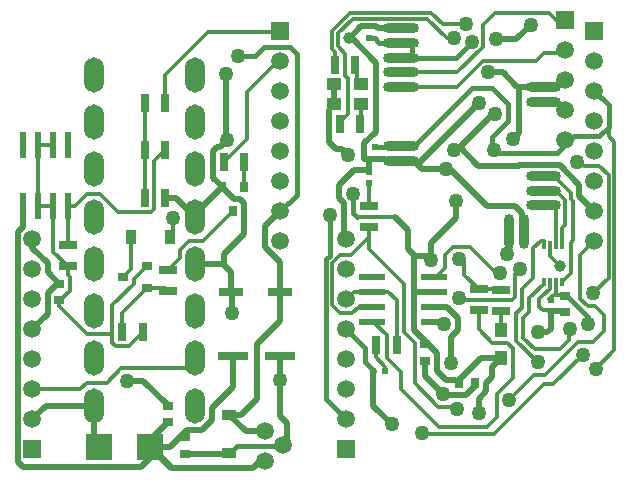
<source format=gtl>
%FSLAX24Y24*%
%MOIN*%
G70*
G01*
G75*
G04 Layer_Physical_Order=1*
G04 Layer_Color=255*
%ADD10R,0.0118X0.0295*%
%ADD11R,0.0236X0.0886*%
%ADD12R,0.0591X0.0295*%
%ADD13R,0.0295X0.0591*%
%ADD14R,0.0354X0.0315*%
%ADD15R,0.0315X0.0354*%
%ADD16R,0.0433X0.0492*%
%ADD17R,0.0492X0.0433*%
%ADD18R,0.0480X0.0358*%
%ADD19R,0.0358X0.0480*%
%ADD20R,0.0906X0.0906*%
%ADD21R,0.0354X0.0315*%
%ADD22R,0.0197X0.0236*%
%ADD23R,0.0236X0.0197*%
%ADD24R,0.0827X0.0315*%
%ADD25R,0.0984X0.0315*%
%ADD26R,0.0315X0.0354*%
%ADD27R,0.0886X0.0236*%
%ADD28C,0.0335*%
%ADD29R,0.0846X0.0335*%
%ADD30R,0.0335X0.0846*%
%ADD31C,0.0197*%
%ADD32C,0.0118*%
%ADD33C,0.0157*%
%ADD34C,0.0177*%
%ADD35C,0.0138*%
%ADD36C,0.0591*%
%ADD37R,0.0591X0.0591*%
%ADD38O,0.0669X0.1181*%
%ADD39C,0.0500*%
%ADD40C,0.0394*%
D10*
X17854Y7815D02*
D03*
X18051D02*
D03*
X18248D02*
D03*
X18445D02*
D03*
X17854Y6594D02*
D03*
X18051D02*
D03*
X18248D02*
D03*
X18445D02*
D03*
D11*
X470Y9134D02*
D03*
X970D02*
D03*
X1470D02*
D03*
X1970D02*
D03*
X470Y11181D02*
D03*
X970D02*
D03*
X1470D02*
D03*
X1970D02*
D03*
D12*
X16417Y6329D02*
D03*
Y5640D02*
D03*
X15669Y5669D02*
D03*
Y6358D02*
D03*
X12008Y9124D02*
D03*
Y8435D02*
D03*
X5315Y6309D02*
D03*
Y6998D02*
D03*
X1969Y7825D02*
D03*
Y7136D02*
D03*
D13*
X10876Y13819D02*
D03*
X11565D02*
D03*
X11033Y11850D02*
D03*
X11722D02*
D03*
X12254Y4488D02*
D03*
X12943D02*
D03*
X3789Y4921D02*
D03*
X4478D02*
D03*
X7864Y10591D02*
D03*
X7175D02*
D03*
X5226Y9409D02*
D03*
X4537D02*
D03*
X5226Y10984D02*
D03*
X4537D02*
D03*
Y12559D02*
D03*
X5226D02*
D03*
D14*
X4606Y6398D02*
D03*
Y7146D02*
D03*
X3819Y6772D02*
D03*
D15*
X7854Y9764D02*
D03*
X7106D02*
D03*
X7480Y8976D02*
D03*
D16*
X16417Y4990D02*
D03*
Y4065D02*
D03*
D17*
X11762Y13189D02*
D03*
X10837D02*
D03*
X11762Y12520D02*
D03*
X10837D02*
D03*
D18*
X7362Y892D02*
D03*
Y2179D02*
D03*
D19*
X5368Y8110D02*
D03*
X4081D02*
D03*
D20*
X3012Y1102D02*
D03*
X4715D02*
D03*
D21*
X1693Y6535D02*
D03*
Y5984D02*
D03*
X5315Y2480D02*
D03*
Y1929D02*
D03*
X13898Y4528D02*
D03*
Y3976D02*
D03*
X18543Y6142D02*
D03*
Y5591D02*
D03*
X5866Y866D02*
D03*
Y1417D02*
D03*
D22*
X12205Y10709D02*
D03*
Y11102D02*
D03*
X18071Y5591D02*
D03*
Y5984D02*
D03*
X12008Y14724D02*
D03*
Y15118D02*
D03*
X12008Y10276D02*
D03*
Y9882D02*
D03*
D23*
X12165Y3622D02*
D03*
X12559D02*
D03*
D24*
X7421Y6260D02*
D03*
X9035D02*
D03*
D25*
X9055Y4134D02*
D03*
X7480D02*
D03*
D26*
X15000Y3228D02*
D03*
X15551D02*
D03*
D27*
X14173Y5274D02*
D03*
Y5774D02*
D03*
Y6274D02*
D03*
Y6774D02*
D03*
X12126Y5274D02*
D03*
Y5774D02*
D03*
Y6274D02*
D03*
Y6774D02*
D03*
D28*
X18248Y9154D02*
D03*
X17402D02*
D03*
X18248Y9646D02*
D03*
X17402D02*
D03*
X13504Y10630D02*
D03*
X12657D02*
D03*
X13504Y11122D02*
D03*
X12657D02*
D03*
X13504Y13091D02*
D03*
X12657D02*
D03*
X13504Y13583D02*
D03*
X12657D02*
D03*
X13504Y14075D02*
D03*
X12657D02*
D03*
X13504Y14567D02*
D03*
X12657D02*
D03*
X13504Y15059D02*
D03*
X12657D02*
D03*
X16683Y8711D02*
D03*
Y7864D02*
D03*
X17402Y13091D02*
D03*
X18248D02*
D03*
X17402Y12598D02*
D03*
X18248D02*
D03*
X17402Y10138D02*
D03*
X18248D02*
D03*
X17175Y7864D02*
D03*
Y8711D02*
D03*
D29*
X17825Y9154D02*
D03*
Y9646D02*
D03*
X13081Y10630D02*
D03*
Y11122D02*
D03*
Y13091D02*
D03*
Y13583D02*
D03*
Y14075D02*
D03*
Y14567D02*
D03*
Y15059D02*
D03*
X17825Y13091D02*
D03*
Y12598D02*
D03*
Y10138D02*
D03*
D30*
X16683Y8287D02*
D03*
X17175D02*
D03*
D31*
X14291Y3622D02*
Y4224D01*
X13514Y5001D02*
X14291Y4224D01*
X13514Y5001D02*
Y6191D01*
X10679Y11250D02*
X10906Y11024D01*
X11102D02*
X11299Y10827D01*
X10906Y11024D02*
X11102D01*
X481Y433D02*
X4409D01*
X4715Y738D01*
Y1102D01*
X8281Y2705D02*
Y4541D01*
X7756Y2179D02*
X8281Y2705D01*
X7362Y2179D02*
X7756D01*
X7362D02*
X7900Y1642D01*
X8553D01*
X9035Y5295D02*
Y6260D01*
X8281Y4541D02*
X9035Y5295D01*
X9055Y2126D02*
Y4134D01*
X9092Y1102D02*
X9291Y1301D01*
Y1890D01*
X9055Y2126D02*
X9291Y1890D01*
X5442Y413D02*
X8150D01*
X8378Y642D02*
X8553D01*
X8150Y413D02*
X8378Y642D01*
X315Y8275D02*
X470Y8431D01*
X315Y599D02*
Y8275D01*
Y599D02*
X481Y433D01*
X9053Y1142D02*
X9092Y1102D01*
X17008Y13091D02*
X17402D01*
X17008Y11575D02*
Y13091D01*
X16811Y11378D02*
X17008Y11575D01*
X16467Y13583D02*
X16959Y13091D01*
X17402D02*
X17825D01*
X15984Y13583D02*
X16467D01*
X15945Y9134D02*
X16890D01*
X14724Y10354D02*
X15945Y9134D01*
X14567Y10354D02*
X14724D01*
X13504Y10630D02*
X13780Y10354D01*
X14567D01*
X14921Y8740D02*
Y9291D01*
X14094Y7323D02*
Y7913D01*
X14921Y8740D01*
X16260Y14685D02*
X16929D01*
X17402Y15157D01*
X11432Y14724D02*
X12244Y13912D01*
Y11609D02*
Y13912D01*
X11850Y11215D02*
X12244Y11609D01*
X10679Y11250D02*
Y12323D01*
X11299Y14724D02*
X11324Y14700D01*
X11348Y14724D02*
X11432D01*
X12008Y10315D02*
Y10669D01*
X11502Y10315D02*
X12008D01*
X11030Y9843D02*
X11502Y10315D01*
X11968Y10709D02*
X12205D01*
X11850D02*
X11968D01*
X11850Y10709D02*
Y11215D01*
X11968Y10709D02*
X12008Y10669D01*
X17126Y8780D02*
Y8898D01*
X16890Y9134D02*
X17126Y8898D01*
X15663Y10478D02*
X17004D01*
X17008Y10482D02*
X18391D01*
X15039Y11102D02*
X15663Y10478D01*
X17004D02*
X17008Y10482D01*
X13701Y10591D02*
X15669Y12559D01*
X16168Y12257D02*
X16254Y12343D01*
X15039Y11102D02*
X16142Y12205D01*
X16220D01*
X11850Y10709D02*
X11850Y10709D01*
X11030Y9390D02*
Y9843D01*
X12205Y10709D02*
X12539D01*
X10837Y12480D02*
Y13189D01*
X12165Y2480D02*
Y3622D01*
Y2480D02*
X12795Y1850D01*
X11496Y9361D02*
Y9528D01*
X11030Y9390D02*
X11181Y9238D01*
Y8102D02*
Y9238D01*
Y8102D02*
X11260Y8024D01*
X18209Y13091D02*
X18433Y13315D01*
X18622D01*
X13307Y7705D02*
X13532Y7480D01*
X13514Y7462D02*
X14037D01*
X19026Y9463D02*
Y9847D01*
X18391Y10482D02*
X19026Y9847D01*
Y9463D02*
X19528Y8961D01*
X7047Y11102D02*
X7283Y11339D01*
X7244Y11378D02*
Y13543D01*
X3937Y3307D02*
X4488D01*
X5276Y2520D01*
X6220Y7205D02*
X7146D01*
X7185Y7244D01*
X5591Y9409D02*
X6220Y8780D01*
X5226Y9409D02*
X5591D01*
X6220Y8878D02*
X7106Y9764D01*
X6811Y10976D02*
X6938Y11102D01*
X6811Y10079D02*
Y10976D01*
Y10079D02*
X7106Y9783D01*
Y9764D02*
Y9783D01*
X6938Y11102D02*
X7047D01*
X7106Y9764D02*
X7500Y9370D01*
X7727D01*
X7854Y9243D01*
Y8213D02*
Y9243D01*
X7185Y7543D02*
X7854Y8213D01*
X7185Y7244D02*
Y7543D01*
X7421Y6260D02*
Y6929D01*
X7146Y7205D02*
X7421Y6929D01*
X2835Y1280D02*
X3012Y1102D01*
X2835Y1280D02*
Y2480D01*
X4715Y1102D02*
Y1329D01*
X5315Y1929D01*
X1244Y2480D02*
X2835D01*
X787Y2024D02*
X1244Y2480D01*
X787Y7747D02*
Y8024D01*
Y7747D02*
X1299Y7236D01*
Y6929D02*
Y7236D01*
Y6929D02*
X1693Y6535D01*
X7480Y3110D02*
Y4134D01*
X6772Y2402D02*
X7480Y3110D01*
X6449Y1673D02*
X6772Y1996D01*
X5954Y1673D02*
X6449D01*
X6772Y1996D02*
Y2402D01*
X4753Y1102D02*
X5442Y413D01*
X4753Y1102D02*
X5383D01*
X4715D02*
X5404Y413D01*
X5383Y1102D02*
X5954Y1673D01*
X5404Y413D02*
X5442D01*
X470Y8431D02*
Y9134D01*
X1603Y6535D02*
X1693D01*
X1299Y6231D02*
X1603Y6535D01*
X1299Y5535D02*
Y6231D01*
X787Y5024D02*
X1299Y5535D01*
X5866Y866D02*
X7337D01*
Y892D02*
X7362D01*
X7441Y5551D02*
Y6240D01*
X12303Y15059D02*
X12618D01*
X12244Y15118D02*
X12303Y15059D01*
X12008Y15118D02*
X12244D01*
X12539Y10709D02*
X12618Y10630D01*
X12875Y8770D02*
X13307Y8338D01*
Y7705D02*
Y8338D01*
X13898Y3465D02*
Y3976D01*
Y3465D02*
X14488Y2874D01*
X14528Y2835D01*
X15247D01*
X15551Y3139D01*
Y3228D01*
X15000D02*
Y3318D01*
X14291Y3622D02*
X14567Y3346D01*
X14882D01*
X14764Y3898D02*
Y4773D01*
X14994Y5004D01*
Y5409D01*
X14630Y5774D02*
X14994Y5409D01*
X14173Y5774D02*
X14630D01*
X13596Y6274D02*
X14173D01*
X13514Y6191D02*
X13596Y6274D01*
X13514Y6191D02*
Y7462D01*
X13532Y7480D01*
X18031Y5630D02*
X18071D01*
X18543D01*
X18071Y5039D02*
Y5630D01*
X17953Y4921D02*
X18071Y5039D01*
X17638Y4921D02*
X17953D01*
X15747Y4065D02*
X16417D01*
X15000Y3318D02*
X15747Y4065D01*
X14882Y3346D02*
X15000Y3228D01*
X15669Y2244D02*
Y2706D01*
X15925Y2961D01*
Y3248D01*
X16102Y3425D01*
Y3750D01*
X16417Y4065D01*
X9035Y6260D02*
Y7257D01*
X8543Y7749D02*
X9035Y7257D01*
X8543Y7749D02*
Y8449D01*
X9055Y8961D01*
X11394Y14748D02*
X11764Y15118D01*
X12008D01*
D32*
X20000Y11457D02*
X20197Y11260D01*
Y4331D02*
Y11260D01*
X19567Y3701D02*
X20197Y4331D01*
X19684Y10472D02*
X20000Y10156D01*
Y6732D02*
Y10156D01*
X19488Y6220D02*
X20000Y6732D01*
X19173Y10472D02*
X19684D01*
X19055Y10591D02*
X19173Y10472D01*
X20000Y11457D02*
Y11765D01*
X10797Y7229D02*
X11064Y7496D01*
X10797Y5818D02*
Y7229D01*
Y5818D02*
X11064Y5551D01*
X18031Y15551D02*
X18346Y15236D01*
X16220Y15551D02*
X18031D01*
X15821Y15152D02*
X16220Y15551D01*
X10787Y14964D02*
X11394Y15571D01*
X10787Y14367D02*
Y14964D01*
Y14367D02*
X10876Y14279D01*
Y13819D02*
Y14279D01*
X10984Y14449D02*
X11220Y14213D01*
Y13465D02*
Y14213D01*
Y13465D02*
X11299Y13386D01*
Y12207D02*
Y13386D01*
X11033Y11941D02*
X11299Y12207D01*
X10984Y14449D02*
Y14883D01*
X11476Y15374D01*
X11073Y11654D02*
Y11850D01*
X11033D02*
Y11941D01*
X18248Y12598D02*
X18260D01*
X17593Y13970D02*
X17858Y14236D01*
X18622D01*
X18346Y15236D02*
X18622D01*
X18937Y10591D02*
X19055D01*
X15824Y13970D02*
X17593D01*
X14944Y13091D02*
X15824Y13970D01*
X13504Y13091D02*
X14944D01*
X14958Y13583D02*
X15821Y14446D01*
X13504Y13583D02*
X14958D01*
X15821Y14446D02*
Y15152D01*
X13957Y15374D02*
X14606Y14724D01*
X14843D01*
X11394Y15571D02*
X14094D01*
X14468Y15197D02*
X15236D01*
X14094Y15571D02*
X14468Y15197D01*
X11762Y11654D02*
Y12480D01*
X11604Y13386D02*
Y13671D01*
X11476Y15374D02*
X13957D01*
X17825Y12598D02*
X18248D01*
X14801Y7750D02*
X15374D01*
X14534Y7076D02*
Y7483D01*
X14232Y6774D02*
X14534Y7076D01*
Y7483D02*
X14801Y7750D01*
X17825Y12598D02*
X17825Y12598D01*
X18750Y6900D02*
Y7913D01*
X18829Y7992D02*
Y9291D01*
X18750Y7913D02*
X18829Y7992D01*
X18750Y9370D02*
X18829Y9291D01*
X18750Y9370D02*
Y9575D01*
X18248Y10077D02*
X18750Y9575D01*
X18553Y8514D02*
Y9341D01*
X18209Y9641D02*
X18226Y9624D01*
X18209Y9641D02*
Y9646D01*
X18445Y7815D02*
X18445Y7815D01*
Y8406D01*
X18553Y8514D01*
X18248Y9646D02*
X18553Y9341D01*
X18209Y10133D02*
X18248Y10093D01*
X18209Y10133D02*
Y10138D01*
X18248Y10093D02*
Y10138D01*
Y10077D02*
Y10093D01*
X18445Y6594D02*
X18750Y6900D01*
X18041Y6368D02*
X18051Y6398D01*
X17677Y6024D02*
X17771Y6117D01*
X18051Y6398D02*
Y6594D01*
X17771Y6117D02*
X18041Y6368D01*
X17677Y5776D02*
Y6024D01*
X18248Y6181D02*
Y6575D01*
X4606Y6398D02*
X5226D01*
X7864Y9774D02*
Y10591D01*
X7854Y9764D02*
X7864Y9774D01*
X3789Y5581D02*
X4606Y6398D01*
X3789Y4921D02*
Y5581D01*
X5472Y8215D02*
Y8740D01*
X3819Y6772D02*
X4081Y7033D01*
Y8110D01*
X970Y11181D02*
X1470D01*
X970Y9134D02*
X1470D01*
X970D02*
Y11181D01*
X1969Y7825D02*
X1970Y7827D01*
Y9134D01*
X4537Y9409D02*
Y10984D01*
Y12559D01*
X3465Y4553D02*
X3568Y4449D01*
X4010D01*
X4478Y4917D01*
X4173Y6713D02*
X4606Y7146D01*
X3465Y5832D02*
X4173Y6541D01*
Y6713D01*
X5315Y6998D02*
X5709Y7392D01*
Y7673D01*
X6008Y7972D01*
X6476D01*
X7480Y8976D01*
X4862Y10620D02*
X5226Y10984D01*
X4862Y9041D02*
Y10620D01*
X4758Y8937D02*
X4862Y9041D01*
X2623Y9547D02*
X3047D01*
X3657Y8937D02*
X4758D01*
X1970Y9134D02*
X2209D01*
X2623Y9547D01*
X3047D02*
X3657Y8937D01*
X787Y3024D02*
X2398D01*
X2623Y3248D01*
X3274D01*
X3760Y3734D01*
X5900D01*
X1496Y7604D02*
Y9108D01*
X1470Y9134D02*
X1496Y9108D01*
X3445Y4862D02*
X3465Y4843D01*
X2623Y4862D02*
X3445D01*
X1693Y5792D02*
Y5984D01*
Y5792D02*
X2623Y4862D01*
X3465Y4553D02*
Y4843D01*
Y5832D01*
X1969Y6845D02*
X2047Y6766D01*
Y6305D02*
Y6766D01*
X1727Y5984D02*
X2047Y6305D01*
X1693Y5984D02*
X1727D01*
X1969Y6845D02*
Y7131D01*
Y7136D01*
X1496Y7604D02*
X1969Y7131D01*
X6658Y14921D02*
X9055D01*
X5226Y13490D02*
X6658Y14921D01*
X5226Y12559D02*
Y13490D01*
X7958Y12942D02*
X8976Y13961D01*
X7958Y11378D02*
Y12942D01*
X7175Y10591D02*
Y10595D01*
X7958Y11378D01*
X16417Y4990D02*
Y5640D01*
X18248Y7913D02*
Y9154D01*
X15197Y6831D02*
Y7323D01*
Y6831D02*
X15669Y6358D01*
X16388D01*
X16417Y6329D01*
X11260Y6024D02*
X11510Y6274D01*
X12126D01*
X12008Y9124D02*
Y9882D01*
X12008Y9124D02*
X12008Y9124D01*
X12254Y4085D02*
Y4488D01*
X12126Y6274D02*
X12663D01*
X12943Y5994D01*
Y4488D02*
Y5994D01*
X12126Y5274D02*
X12162D01*
X12618Y4817D01*
Y4055D02*
Y4817D01*
X16629Y4567D02*
X16811Y4384D01*
X16127Y4567D02*
X16629D01*
X12618Y4055D02*
X13091Y3582D01*
Y3038D02*
Y3582D01*
X15669Y5025D02*
X16127Y4567D01*
X15669Y5025D02*
Y5669D01*
X12559Y3622D02*
Y3780D01*
X12254Y4085D02*
X12559Y3780D01*
X11400Y7496D02*
X12008Y8104D01*
X11064Y7496D02*
X11400D01*
X11064Y5551D02*
X11456D01*
X11678Y5774D01*
X12126D01*
X13091Y3038D02*
X14357Y1772D01*
X12008Y7703D02*
X13179Y6532D01*
Y4945D02*
Y6532D01*
Y4945D02*
X13543Y4581D01*
Y3215D02*
Y4581D01*
X12008Y7703D02*
Y8104D01*
Y8435D01*
X16811Y3399D02*
Y4384D01*
X14173Y6774D02*
X14232D01*
X15374Y7750D02*
X16234Y6890D01*
X16378D01*
X13780Y1575D02*
X13819Y1535D01*
X16194D01*
X16929Y5551D02*
X17126Y5748D01*
X16929Y4646D02*
Y5551D01*
Y4646D02*
X17638Y3937D01*
X16786Y6004D02*
X16890Y6108D01*
Y6850D01*
X14961Y6004D02*
X16786D01*
X17126Y6378D02*
X17480Y6732D01*
Y7717D01*
X17126Y5748D02*
Y6378D01*
X18031Y6024D02*
X18189Y6181D01*
X18012Y5650D02*
X18031Y5630D01*
X17736Y7972D02*
X17854D01*
X17480Y7717D02*
X17736Y7972D01*
X17677Y5776D02*
X17804Y5650D01*
X18012D01*
X17362Y6063D02*
X17835Y6535D01*
X18051Y7461D02*
Y7815D01*
Y7461D02*
X18386Y7126D01*
X17861Y3202D02*
X18163D01*
X19134Y4173D01*
X16194Y1535D02*
X17861Y3202D01*
X17866Y3510D02*
X18969Y4612D01*
X16693Y2677D02*
X17526Y3510D01*
X17866D01*
X19055Y6693D02*
X19061Y6687D01*
Y6044D02*
Y6687D01*
Y6044D02*
X19311Y5793D01*
X19561D01*
X19843Y5512D01*
Y4961D02*
Y5512D01*
X19494Y4612D02*
X19843Y4961D01*
X18969Y4612D02*
X19494D01*
X18189Y6181D02*
X18543D01*
X19528Y10961D02*
X19530D01*
X17362Y5591D02*
Y6063D01*
X17165Y5394D02*
X17362Y5591D01*
X17165Y4744D02*
Y5394D01*
Y4744D02*
X17545Y4364D01*
X18380D01*
X18675Y4659D01*
Y5039D01*
X16266Y2854D02*
X16811Y3399D01*
X16266Y2093D02*
Y2854D01*
X15945Y1772D02*
X16266Y2093D01*
X14357Y1772D02*
X15945D01*
X14311Y2447D02*
X14876D01*
X14961Y2362D01*
X13543Y3215D02*
X14311Y2447D01*
X19055Y7488D02*
X19528Y7961D01*
X19055Y6693D02*
Y7488D01*
D33*
X19692Y11457D02*
X20000Y11765D01*
X18843Y11457D02*
X19692D01*
X18291Y10906D02*
X18843Y11457D01*
X20000Y11765D02*
Y12488D01*
X10591Y7357D02*
X10709Y7475D01*
X10591Y2693D02*
Y7357D01*
Y2693D02*
X11260Y2024D01*
X7612Y1142D02*
X9053D01*
X9386Y14433D02*
X9606Y14213D01*
X16648Y11968D02*
Y12526D01*
X16102Y13071D02*
X16648Y12526D01*
X15453Y13071D02*
X16102D01*
X13504Y11122D02*
X15453Y13071D01*
X16102Y10906D02*
X18291D01*
X19528Y12961D02*
X20000Y12488D01*
X18260Y12598D02*
X18622Y12236D01*
X16102Y10906D02*
Y11423D01*
X16648Y11968D01*
X14902Y14075D02*
X15433Y14606D01*
X13504Y14075D02*
X14902D01*
X12205Y11102D02*
X13061D01*
X13081Y11122D01*
X13465Y14075D02*
Y14567D01*
Y14075D02*
X13504D01*
X11890Y3926D02*
X12194Y3622D01*
X10709Y7475D02*
Y8819D01*
X16644Y7392D02*
Y7864D01*
X7362Y892D02*
X7612Y1142D01*
X12362Y14567D02*
X12618D01*
X12205Y14724D02*
X12362Y14567D01*
X12126Y14724D02*
X12205D01*
X11496Y8887D02*
Y9361D01*
X11603Y8780D02*
X11614D01*
X11496Y8887D02*
X11603Y8780D01*
X11260Y5024D02*
X11890Y4394D01*
Y3926D02*
Y4394D01*
X18543Y6142D02*
X18608D01*
X19331Y5419D01*
Y5197D02*
Y5419D01*
D34*
X9606Y9512D02*
Y14213D01*
X8526Y14433D02*
X9386D01*
X9055Y8961D02*
X9606Y9512D01*
X8227Y14134D02*
X8526Y14433D01*
X7638Y14134D02*
X8227D01*
D35*
X11624Y8770D02*
X12875D01*
X11614Y8780D02*
X11624Y8770D01*
D36*
X8553Y1642D02*
D03*
X9154Y1161D02*
D03*
X8553Y642D02*
D03*
X18543Y11315D02*
D03*
Y12315D02*
D03*
Y13315D02*
D03*
Y14315D02*
D03*
X11260Y8024D02*
D03*
Y7024D02*
D03*
Y6024D02*
D03*
Y5024D02*
D03*
Y4024D02*
D03*
Y3024D02*
D03*
Y2024D02*
D03*
X19528Y7961D02*
D03*
Y8961D02*
D03*
Y9961D02*
D03*
Y10961D02*
D03*
Y11961D02*
D03*
Y12961D02*
D03*
Y13961D02*
D03*
X787Y8024D02*
D03*
Y7024D02*
D03*
Y6024D02*
D03*
Y5024D02*
D03*
Y4024D02*
D03*
Y3024D02*
D03*
Y2024D02*
D03*
X9055Y7961D02*
D03*
Y8961D02*
D03*
Y9961D02*
D03*
Y10961D02*
D03*
Y11961D02*
D03*
Y12961D02*
D03*
Y13961D02*
D03*
D37*
X18543Y15315D02*
D03*
X11260Y1024D02*
D03*
X19528Y14961D02*
D03*
X787Y1024D02*
D03*
X9055Y14961D02*
D03*
D38*
X6220Y13504D02*
D03*
Y11929D02*
D03*
Y10354D02*
D03*
Y8780D02*
D03*
Y7205D02*
D03*
Y5630D02*
D03*
Y4055D02*
D03*
Y2480D02*
D03*
X2835Y13504D02*
D03*
Y11929D02*
D03*
Y10354D02*
D03*
Y8780D02*
D03*
Y7205D02*
D03*
Y5630D02*
D03*
Y4055D02*
D03*
Y2480D02*
D03*
D39*
X16811Y11378D02*
D03*
X16181Y10984D02*
D03*
X14843D02*
D03*
X14567Y10354D02*
D03*
X14921Y9291D02*
D03*
X14094Y7323D02*
D03*
X17402Y15157D02*
D03*
X18937Y10591D02*
D03*
X15433Y14606D02*
D03*
X15669Y12559D02*
D03*
X16220Y12205D02*
D03*
X15984Y13583D02*
D03*
X15236Y15197D02*
D03*
X11496Y9528D02*
D03*
X10709Y8819D02*
D03*
X11299Y10827D02*
D03*
X15000Y7362D02*
D03*
X7638Y14134D02*
D03*
X7244Y13543D02*
D03*
X7283Y11339D02*
D03*
X3937Y3307D02*
D03*
X5472Y8740D02*
D03*
X7441Y5551D02*
D03*
X9055Y3346D02*
D03*
X16260Y14685D02*
D03*
X14528Y5197D02*
D03*
X14843Y14724D02*
D03*
X17638Y3937D02*
D03*
X15000Y6063D02*
D03*
X14488Y2874D02*
D03*
X13780Y1575D02*
D03*
X19488Y6220D02*
D03*
X14961Y2362D02*
D03*
X16693Y2677D02*
D03*
X12795Y1850D02*
D03*
X14764Y3898D02*
D03*
X16378Y6890D02*
D03*
X16614Y7520D02*
D03*
X18701Y5039D02*
D03*
X17047Y7047D02*
D03*
X19134Y4173D02*
D03*
X19331Y5197D02*
D03*
X19567Y3701D02*
D03*
X17638Y4921D02*
D03*
X15669Y2244D02*
D03*
D40*
X11348Y14724D02*
D03*
X18386Y7126D02*
D03*
M02*

</source>
